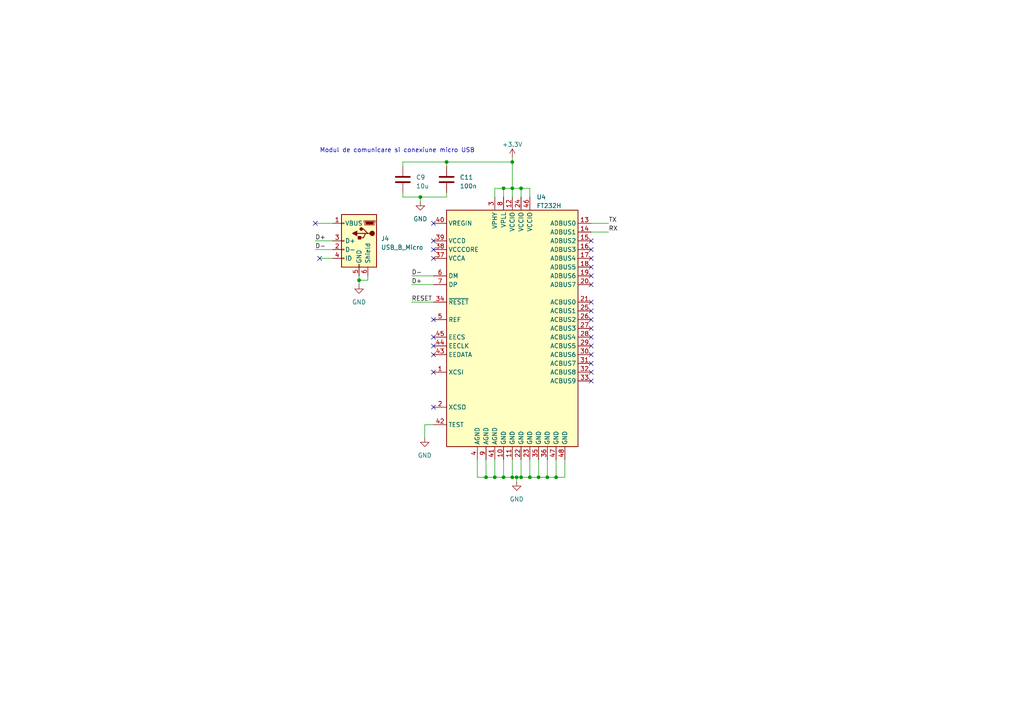
<source format=kicad_sch>
(kicad_sch (version 20230121) (generator eeschema)
  (paper "A4")
  (lib_symbols
    (symbol "Connector:USB_B_Micro" (pin_names (offset 1.016))
      (property "Reference" "J" (at -5.08 11.43 0))
      (property "Value" "USB_B_Micro" (at -5.08 8.89 0))
      (symbol "USB_B_Micro_0_1"
        (rectangle (start -5.08 -7.62) (end 5.08 7.62) (stroke (width 0.254)) (fill (type background)))
        (circle (center -3.81 2.159) (radius 0.635) (stroke (width 0.254)) (fill (type outline)))
        (circle (center -0.635 3.429) (radius 0.381) (stroke (width 0.254)) (fill (type outline)))
        (rectangle (start -0.127 -7.62) (end 0.127 -6.858))
        (polyline (pts (xy -1.905 2.159) (xy 0.635 2.159)) (stroke (width 0.254)))
        (polyline (pts (xy -3.175 2.159) (xy -2.54 2.159) (xy -1.27 3.429) (xy -0.635 3.429)) (stroke (width 0.254)))
        (polyline (pts (xy -2.54 2.159) (xy -1.905 2.159) (xy -1.27 0.889) (xy 0 0.889)) (stroke (width 0.254)))
        (polyline (pts (xy 0.635 2.794) (xy 0.635 1.524) (xy 1.905 2.159) (xy 0.635 2.794)) (stroke (width 0.254)) (fill (type outline)))
        (polyline (pts (xy -4.318 5.588) (xy -1.778 5.588) (xy -2.032 4.826) (xy -4.064 4.826) (xy -4.318 5.588)) (fill (type outline)))
        (polyline (pts (xy -4.699 5.842) (xy -4.699 5.588) (xy -4.445 4.826) (xy -4.445 4.572) (xy -1.651 4.572) (xy -1.651 4.826) (xy -1.397 5.588) (xy -1.397 5.842) (xy -4.699 5.842)))
        (rectangle (start 0.254 1.27) (end -0.508 0.508) (stroke (width 0.254)) (fill (type outline)))
        (rectangle (start 5.08 -5.207) (end 4.318 -4.953))
        (rectangle (start 5.08 -2.667) (end 4.318 -2.413))
        (rectangle (start 5.08 -0.127) (end 4.318 0.127))
        (rectangle (start 5.08 4.953) (end 4.318 5.207))
      )
      (symbol "USB_B_Micro_1_1"
        (pin power_out line (at 7.62 5.08 180) (length 2.54) (name "VBUS") (number "1"))
        (pin bidirectional line (at 7.62 -2.54 180) (length 2.54) (name "D-") (number "2"))
        (pin bidirectional line (at 7.62 0 180) (length 2.54) (name "D+") (number "3"))
        (pin passive line (at 7.62 -5.08 180) (length 2.54) (name "ID") (number "4"))
        (pin power_out line (at 0 -10.16 90) (length 2.54) (name "GND") (number "5"))
        (pin passive line (at -2.54 -10.16 90) (length 2.54) (name "Shield") (number "6"))
      )
    )
    (symbol "Device:C" (pin_numbers hide) (pin_names (offset 0.254))
      (property "Reference" "C" (at 0.635 2.54 0))
      (property "Value" "C" (at 0.635 -2.54 0))
      (symbol "C_0_1"
        (polyline (pts (xy -2.032 -0.762) (xy 2.032 -0.762)) (stroke (width 0.508)))
        (polyline (pts (xy -2.032 0.762) (xy 2.032 0.762)) (stroke (width 0.508)))
      )
      (symbol "C_1_1"
        (pin passive line (at 0 3.81 270) (length 2.794) (name "~") (number "1"))
        (pin passive line (at 0 -3.81 90) (length 2.794) (name "~") (number "2"))
      )
    )
    (symbol "Interface_USB:FT232H"
      (property "Reference" "U" (at -19.05 35.56 0))
      (property "Value" "FT232H" (at 12.7 35.56 0))
      (symbol "FT232H_0_1"
        (rectangle (start -19.05 34.29) (end 19.05 -34.29) (stroke (width 0.254)) (fill (type background)))
      )
      (symbol "FT232H_1_1"
        (pin input line (at -22.86 -12.7 0) (length 3.81) (name "XCSI") (number "1"))
        (pin power_in line (at -2.54 -38.1 90) (length 3.81) (name "GND") (number "10"))
        (pin power_in line (at 0 -38.1 90) (length 3.81) (name "GND") (number "11"))
        (pin power_in line (at 0 38.1 270) (length 3.81) (name "VCCIO") (number "12"))
        (pin bidirectional line (at 22.86 30.48 180) (length 3.81) (name "ADBUS0") (number "13"))
        (pin bidirectional line (at 22.86 27.94 180) (length 3.81) (name "ADBUS1") (number "14"))
        (pin bidirectional line (at 22.86 25.4 180) (length 3.81) (name "ADBUS2") (number "15"))
        (pin bidirectional line (at 22.86 22.86 180) (length 3.81) (name "ADBUS3") (number "16"))
        (pin bidirectional line (at 22.86 20.32 180) (length 3.81) (name "ADBUS4") (number "17"))
        (pin bidirectional line (at 22.86 17.78 180) (length 3.81) (name "ADBUS5") (number "18"))
        (pin bidirectional line (at 22.86 15.24 180) (length 3.81) (name "ADBUS6") (number "19"))
        (pin output line (at -22.86 -22.86 0) (length 3.81) (name "XCSO") (number "2"))
        (pin bidirectional line (at 22.86 12.7 180) (length 3.81) (name "ADBUS7") (number "20"))
        (pin bidirectional line (at 22.86 7.62 180) (length 3.81) (name "ACBUS0") (number "21"))
        (pin power_in line (at 2.54 -38.1 90) (length 3.81) (name "GND") (number "22"))
        (pin power_in line (at 5.08 -38.1 90) (length 3.81) (name "GND") (number "23"))
        (pin power_in line (at 2.54 38.1 270) (length 3.81) (name "VCCIO") (number "24"))
        (pin bidirectional line (at 22.86 5.08 180) (length 3.81) (name "ACBUS1") (number "25"))
        (pin bidirectional line (at 22.86 2.54 180) (length 3.81) (name "ACBUS2") (number "26"))
        (pin bidirectional line (at 22.86 0 180) (length 3.81) (name "ACBUS3") (number "27"))
        (pin bidirectional line (at 22.86 -2.54 180) (length 3.81) (name "ACBUS4") (number "28"))
        (pin bidirectional line (at 22.86 -5.08 180) (length 3.81) (name "ACBUS5") (number "29"))
        (pin power_in line (at -5.08 38.1 270) (length 3.81) (name "VPHY") (number "3"))
        (pin bidirectional line (at 22.86 -7.62 180) (length 3.81) (name "ACBUS6") (number "30"))
        (pin bidirectional line (at 22.86 -10.16 180) (length 3.81) (name "ACBUS7") (number "31"))
        (pin bidirectional line (at 22.86 -12.7 180) (length 3.81) (name "ACBUS8") (number "32"))
        (pin bidirectional line (at 22.86 -15.24 180) (length 3.81) (name "ACBUS9") (number "33"))
        (pin input line (at -22.86 7.62 0) (length 3.81) (name "~{RESET}") (number "34"))
        (pin power_in line (at 7.62 -38.1 90) (length 3.81) (name "GND") (number "35"))
        (pin power_in line (at 10.16 -38.1 90) (length 3.81) (name "GND") (number "36"))
        (pin power_out line (at -22.86 20.32 0) (length 3.81) (name "VCCA") (number "37"))
        (pin power_out line (at -22.86 22.86 0) (length 3.81) (name "VCCCORE") (number "38"))
        (pin power_in line (at -22.86 25.4 0) (length 3.81) (name "VCCD") (number "39"))
        (pin power_in line (at -10.16 -38.1 90) (length 3.81) (name "AGND") (number "4"))
        (pin power_in line (at -22.86 30.48 0) (length 3.81) (name "VREGIN") (number "40"))
        (pin power_in line (at -5.08 -38.1 90) (length 3.81) (name "AGND") (number "41"))
        (pin input line (at -22.86 -27.94 0) (length 3.81) (name "TEST") (number "42"))
        (pin bidirectional line (at -22.86 -7.62 0) (length 3.81) (name "EEDATA") (number "43"))
        (pin input line (at -22.86 -5.08 0) (length 3.81) (name "EECLK") (number "44"))
        (pin input line (at -22.86 -2.54 0) (length 3.81) (name "EECS") (number "45"))
        (pin power_in line (at 5.08 38.1 270) (length 3.81) (name "VCCIO") (number "46"))
        (pin power_in line (at 12.7 -38.1 90) (length 3.81) (name "GND") (number "47"))
        (pin power_in line (at 15.24 -38.1 90) (length 3.81) (name "GND") (number "48"))
        (pin input line (at -22.86 2.54 0) (length 3.81) (name "REF") (number "5"))
        (pin bidirectional line (at -22.86 15.24 0) (length 3.81) (name "DM") (number "6"))
        (pin bidirectional line (at -22.86 12.7 0) (length 3.81) (name "DP") (number "7"))
        (pin power_in line (at -2.54 38.1 270) (length 3.81) (name "VPLL") (number "8"))
        (pin power_in line (at -7.62 -38.1 90) (length 3.81) (name "AGND") (number "9"))
      )
    )
    (symbol "power:+3.3V" (power) (pin_names (offset 0))
      (property "Value" "+3.3V" (at 0 3.556 0))
      (symbol "+3.3V_0_1"
        (polyline (pts (xy -0.762 1.27) (xy 0 2.54)))
        (polyline (pts (xy 0 0) (xy 0 2.54)))
        (polyline (pts (xy 0 2.54) (xy 0.762 1.27)))
      )
      (symbol "+3.3V_1_1"
        (pin power_in line (at 0 0 90) (length 0) hide (name "+3.3V") (number "1"))
      )
    )
    (symbol "power:GND" (power) (pin_names (offset 0))
      (property "Value" "GND" (at 0 -3.81 0))
      (symbol "GND_0_1"
        (polyline (pts (xy 0 0) (xy 0 -1.27) (xy 1.27 -1.27) (xy 0 -2.54) (xy -1.27 -1.27) (xy 0 -1.27)))
      )
      (symbol "GND_1_1"
        (pin power_in line (at 0 0 270) (length 0) hide (name "GND") (number "1"))
      )
    )
  )
  (junction (at 151.13 138.43))
  (junction (at 129.54 46.99))
  (junction (at 158.75 138.43))
  (junction (at 146.05 138.43))
  (junction (at 140.97 138.43))
  (junction (at 156.21 138.43))
  (junction (at 153.67 138.43))
  (junction (at 121.92 57.15))
  (junction (at 151.13 54.61))
  (junction (at 104.14 81.28))
  (junction (at 148.59 54.61))
  (junction (at 148.59 138.43))
  (junction (at 148.59 46.99))
  (junction (at 143.51 138.43))
  (junction (at 149.86 138.43))
  (junction (at 146.05 54.61))
  (junction (at 161.29 138.43))
  (no_connect (at 171.45 87.63))
  (no_connect (at 171.45 80.01))
  (no_connect (at 125.73 74.93))
  (no_connect (at 125.73 64.77))
  (no_connect (at 171.45 77.47))
  (no_connect (at 125.73 97.79))
  (no_connect (at 171.45 74.93))
  (no_connect (at 125.73 69.85))
  (no_connect (at 125.73 72.39))
  (no_connect (at 125.73 107.95))
  (no_connect (at 125.73 102.87))
  (no_connect (at 125.73 100.33))
  (no_connect (at 171.45 69.85))
  (no_connect (at 171.45 72.39))
  (no_connect (at 125.73 118.11))
  (no_connect (at 171.45 102.87))
  (no_connect (at 125.73 92.71))
  (no_connect (at 171.45 97.79))
  (no_connect (at 171.45 110.49))
  (no_connect (at 92.71 74.93))
  (no_connect (at 171.45 95.25))
  (no_connect (at 171.45 100.33))
  (no_connect (at 171.45 90.17))
  (no_connect (at 171.45 92.71))
  (no_connect (at 91.44 64.77))
  (no_connect (at 171.45 107.95))
  (no_connect (at 171.45 82.55))
  (no_connect (at 171.45 105.41))
  (wire (pts (xy 171.45 64.77) (xy 176.53 64.77)))
  (wire (pts (xy 91.44 72.39) (xy 96.52 72.39)))
  (wire (pts (xy 161.29 133.35) (xy 161.29 138.43)))
  (wire (pts (xy 138.43 138.43) (xy 140.97 138.43)))
  (wire (pts (xy 153.67 57.15) (xy 153.67 54.61)))
  (wire (pts (xy 151.13 133.35) (xy 151.13 138.43)))
  (wire (pts (xy 151.13 138.43) (xy 153.67 138.43)))
  (wire (pts (xy 123.19 123.19) (xy 123.19 127)))
  (wire (pts (xy 143.51 133.35) (xy 143.51 138.43)))
  (wire (pts (xy 153.67 133.35) (xy 153.67 138.43)))
  (wire (pts (xy 121.92 58.42) (xy 121.92 57.15)))
  (wire (pts (xy 153.67 54.61) (xy 151.13 54.61)))
  (wire (pts (xy 161.29 138.43) (xy 163.83 138.43)))
  (wire (pts (xy 140.97 133.35) (xy 140.97 138.43)))
  (wire (pts (xy 129.54 46.99) (xy 116.84 46.99)))
  (wire (pts (xy 143.51 54.61) (xy 146.05 54.61)))
  (wire (pts (xy 148.59 57.15) (xy 148.59 54.61)))
  (wire (pts (xy 106.68 80.01) (xy 106.68 81.28)))
  (wire (pts (xy 156.21 133.35) (xy 156.21 138.43)))
  (wire (pts (xy 91.44 69.85) (xy 96.52 69.85)))
  (wire (pts (xy 121.92 57.15) (xy 129.54 57.15)))
  (wire (pts (xy 146.05 54.61) (xy 146.05 57.15)))
  (wire (pts (xy 151.13 57.15) (xy 151.13 54.61)))
  (wire (pts (xy 148.59 54.61) (xy 146.05 54.61)))
  (wire (pts (xy 129.54 48.26) (xy 129.54 46.99)))
  (wire (pts (xy 151.13 54.61) (xy 148.59 54.61)))
  (wire (pts (xy 138.43 133.35) (xy 138.43 138.43)))
  (wire (pts (xy 146.05 133.35) (xy 146.05 138.43)))
  (wire (pts (xy 129.54 55.88) (xy 129.54 57.15)))
  (wire (pts (xy 125.73 123.19) (xy 123.19 123.19)))
  (wire (pts (xy 148.59 138.43) (xy 149.86 138.43)))
  (wire (pts (xy 119.38 80.01) (xy 125.73 80.01)))
  (wire (pts (xy 104.14 82.55) (xy 104.14 81.28)))
  (wire (pts (xy 116.84 57.15) (xy 116.84 55.88)))
  (wire (pts (xy 92.71 74.93) (xy 96.52 74.93)))
  (wire (pts (xy 148.59 45.72) (xy 148.59 46.99)))
  (wire (pts (xy 129.54 46.99) (xy 148.59 46.99)))
  (wire (pts (xy 143.51 57.15) (xy 143.51 54.61)))
  (wire (pts (xy 158.75 133.35) (xy 158.75 138.43)))
  (wire (pts (xy 143.51 138.43) (xy 146.05 138.43)))
  (wire (pts (xy 148.59 133.35) (xy 148.59 138.43)))
  (wire (pts (xy 158.75 138.43) (xy 161.29 138.43)))
  (wire (pts (xy 163.83 133.35) (xy 163.83 138.43)))
  (wire (pts (xy 119.38 82.55) (xy 125.73 82.55)))
  (wire (pts (xy 106.68 81.28) (xy 104.14 81.28)))
  (wire (pts (xy 171.45 67.31) (xy 176.53 67.31)))
  (wire (pts (xy 153.67 138.43) (xy 156.21 138.43)))
  (wire (pts (xy 119.38 87.63) (xy 125.73 87.63)))
  (wire (pts (xy 149.86 139.7) (xy 149.86 138.43)))
  (wire (pts (xy 146.05 138.43) (xy 148.59 138.43)))
  (wire (pts (xy 140.97 138.43) (xy 143.51 138.43)))
  (wire (pts (xy 149.86 138.43) (xy 151.13 138.43)))
  (wire (pts (xy 116.84 46.99) (xy 116.84 48.26)))
  (wire (pts (xy 104.14 81.28) (xy 104.14 80.01)))
  (wire (pts (xy 91.44 64.77) (xy 96.52 64.77)))
  (wire (pts (xy 148.59 46.99) (xy 148.59 54.61)))
  (wire (pts (xy 156.21 138.43) (xy 158.75 138.43)))
  (wire (pts (xy 116.84 57.15) (xy 121.92 57.15)))
  (text "Modul de comunicare si conexiune micro USB" (at 92.71 44.45 0) (effects (font (size 1.27 1.27)) (justify left bottom)))
  (label "D-" (at 91.44 72.39 0))
  (label "RESET" (at 119.38 87.63 0))
  (label "TX" (at 176.53 64.77 0))
  (label "RX" (at 176.53 67.31 0))
  (label "D+" (at 91.44 69.85 0))
  (label "D+" (at 119.38 82.55 0))
  (label "D-" (at 119.38 80.01 0))
  (symbol (lib_id "Device:C") (at 129.54 52.07 0) (unit 1)
    (property "Reference" "C11" (at 133.35 51.435 0) (effects (justify left)))
    (property "Value" "100n" (at 133.35 53.975 0) (effects (justify left)))
    (property "Footprint" "Capacitor_SMD:C_1206_3216Metric" (effects hide))
    (instances (project "First_sketch_licenta" (path "" (reference "C11") (unit 1)) (path "" (reference "C15") (unit 1))))
  )
  (symbol (lib_id "power:GND") (at 123.19 127 0) (unit 1)
    (property "Reference" "#PWR031" (effects hide))
    (property "Value" "GND" (at 123.19 132.08 0))
    (instances (project "First_sketch_licenta" (path "" (reference "#PWR031") (unit 1)) (path "" (reference "#PWR054") (unit 1))))
  )
  (symbol (lib_id "Interface_USB:FT232H") (at 148.59 95.25 0) (unit 1)
    (property "Reference" "U4" (at 155.6259 57.15 0) (effects (justify left)))
    (property "Value" "FT232H" (at 155.6259 59.69 0) (effects (justify left)))
    (property "Footprint" "Package_QFP:LQFP-48_7x7mm_P0.5mm" (effects hide))
    (property "Datasheet" "https://www.ftdichip.com/Support/Documents/DataSheets/ICs/DS_FT232H.pdf" (effects hide))
    (instances (project "First_sketch_licenta" (path "" (reference "U4") (unit 1)) (path "" (reference "U6") (unit 1))))
  )
  (symbol (lib_id "Device:C") (at 116.84 52.07 0) (unit 1)
    (property "Reference" "C9" (at 120.65 51.435 0) (effects (justify left)))
    (property "Value" "10u" (at 120.65 53.975 0) (effects (justify left)))
    (property "Footprint" "Capacitor_SMD:C_1206_3216Metric" (effects hide))
    (instances (project "First_sketch_licenta" (path "" (reference "C9") (unit 1)) (path "" (reference "C14") (unit 1))))
  )
  (symbol (lib_id "power:GND") (at 149.86 139.7 0) (unit 1)
    (property "Reference" "#PWR030" (effects hide))
    (property "Value" "GND" (at 149.86 144.78 0))
    (instances (project "First_sketch_licenta" (path "" (reference "#PWR030") (unit 1)) (path "" (reference "#PWR056") (unit 1))))
  )
  (symbol (lib_id "power:GND") (at 104.14 82.55 0) (unit 1)
    (property "Reference" "#PWR033" (effects hide))
    (property "Value" "GND" (at 104.14 87.63 0))
    (instances (project "First_sketch_licenta" (path "" (reference "#PWR033") (unit 1)) (path "" (reference "#PWR052") (unit 1))))
  )
  (symbol (lib_id "power:+3.3V") (at 148.59 45.72 0) (unit 1)
    (property "Reference" "#PWR029" (effects hide))
    (property "Value" "+3.3V" (at 148.59 41.91 0))
    (instances (project "First_sketch_licenta" (path "" (reference "#PWR029") (unit 1)) (path "" (reference "#PWR055") (unit 1))))
  )
  (symbol (lib_id "Connector:USB_B_Micro") (at 104.14 69.85 0) (mirror y) (unit 1)
    (property "Reference" "J4" (at 110.49 69.215 0) (effects (justify right)))
    (property "Value" "USB_B_Micro" (at 110.49 71.755 0) (effects (justify right)))
    (property "Footprint" "Connector_USB:USB_Micro-B_Molex-105017-0001" (effects hide))
    (instances (project "First_sketch_licenta" (path "" (reference "J4") (unit 1)) (path "" (reference "J6") (unit 1))))
  )
  (symbol (lib_id "power:GND") (at 121.92 58.42 0) (unit 1)
    (property "Reference" "#PWR039" (effects hide))
    (property "Value" "GND" (at 121.92 63.5 0))
    (instances (project "First_sketch_licenta" (path "" (reference "#PWR039") (unit 1)) (path "" (reference "#PWR053") (unit 1))))
  )
)
</source>
